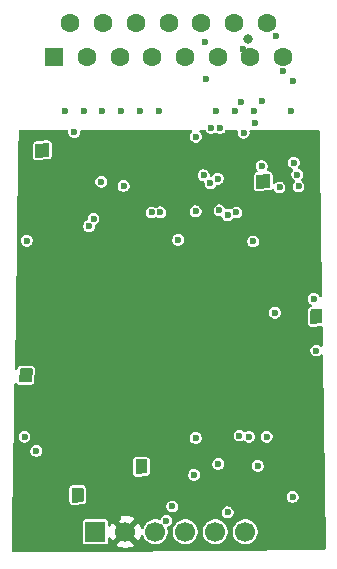
<source format=gbr>
%TF.GenerationSoftware,KiCad,Pcbnew,9.0.3*%
%TF.CreationDate,2025-12-13T00:06:23+05:30*%
%TF.ProjectId,vga,7667612e-6b69-4636-9164-5f7063625858,rev?*%
%TF.SameCoordinates,Original*%
%TF.FileFunction,Copper,L3,Inr*%
%TF.FilePolarity,Positive*%
%FSLAX46Y46*%
G04 Gerber Fmt 4.6, Leading zero omitted, Abs format (unit mm)*
G04 Created by KiCad (PCBNEW 9.0.3) date 2025-12-13 00:06:23*
%MOMM*%
%LPD*%
G01*
G04 APERTURE LIST*
%TA.AperFunction,ComponentPad*%
%ADD10R,1.700000X1.700000*%
%TD*%
%TA.AperFunction,ComponentPad*%
%ADD11C,1.700000*%
%TD*%
%TA.AperFunction,ComponentPad*%
%ADD12R,1.600000X1.600000*%
%TD*%
%TA.AperFunction,ComponentPad*%
%ADD13C,1.600000*%
%TD*%
%TA.AperFunction,ViaPad*%
%ADD14C,0.600000*%
%TD*%
%TA.AperFunction,ViaPad*%
%ADD15C,0.800000*%
%TD*%
G04 APERTURE END LIST*
D10*
%TO.N,GND*%
%TO.C,J_PROG1*%
X92220000Y-92590000D03*
D11*
%TO.N,+3.3V*%
X94760000Y-92590000D03*
%TO.N,/SCK*%
X97300000Y-92590000D03*
%TO.N,/SDI*%
X99840000Y-92590000D03*
%TO.N,/SDO*%
X102380000Y-92590000D03*
%TO.N,/SS*%
X104920000Y-92590000D03*
%TD*%
D12*
%TO.N,/VGA_RED_OUT*%
%TO.C,J1*%
X88725000Y-52355331D03*
D13*
%TO.N,/VGA_GREEN_OUT*%
X91495000Y-52355331D03*
%TO.N,/VGA_BLUE_OUT*%
X94265000Y-52355331D03*
%TO.N,unconnected-(J1-Pad4)*%
X97035000Y-52355331D03*
%TO.N,GND*%
X99805000Y-52355331D03*
X102575000Y-52355331D03*
X105345000Y-52355331D03*
X108115000Y-52355331D03*
%TO.N,unconnected-(J1-Pad9)*%
X90110000Y-49515331D03*
%TO.N,unconnected-(J1-Pad10)*%
X92880000Y-49515331D03*
%TO.N,unconnected-(J1-Pad11)*%
X95650000Y-49515331D03*
%TO.N,unconnected-(J1-Pad12)*%
X98420000Y-49515331D03*
%TO.N,/HSYNC*%
X101190000Y-49515331D03*
%TO.N,/VSYNC*%
X103960000Y-49515331D03*
%TO.N,unconnected-(J1-Pad15)*%
X106730000Y-49515331D03*
%TD*%
D14*
%TO.N,VCCINT*%
X109320000Y-62340000D03*
X107520000Y-50640000D03*
X101520000Y-51140000D03*
X90420000Y-58740000D03*
%TO.N,+3.3V*%
X94120000Y-91440000D03*
%TO.N,VCCINT*%
X107420000Y-74040000D03*
X110720000Y-72871245D03*
%TO.N,Net-(U1A-IOT_78)*%
X96020000Y-56990000D03*
X108950331Y-54409669D03*
X107813413Y-63433413D03*
X103426511Y-65765000D03*
%TO.N,Net-(U1A-IOT_77)*%
X94420000Y-56990000D03*
X106346824Y-56078354D03*
X105764015Y-57947188D03*
X106304620Y-61624620D03*
%TO.N,Net-(U1A-IOT_76)*%
X92820000Y-56990000D03*
X104770764Y-58790764D03*
X104559817Y-56192198D03*
X104145000Y-65549879D03*
%TO.N,Net-(U1A-IOT_75)*%
X91220000Y-56990000D03*
X92062822Y-66066932D03*
%TO.N,Net-(U1A-IOT_74)*%
X89620000Y-56990000D03*
X91683603Y-66714000D03*
%TO.N,Net-(U1A-IOT_85_GBIN0)*%
X108820000Y-56990000D03*
X105570000Y-68003172D03*
X99231828Y-67865000D03*
X96970050Y-65548879D03*
%TO.N,Net-(U1A-IOT_84_GBIN1)*%
X105620000Y-56990000D03*
X97720000Y-65540000D03*
%TO.N,Net-(U1A-IOT_87)*%
X109420000Y-63340000D03*
X94612568Y-63308641D03*
%TO.N,Net-(U1A-IOT_79)*%
X97620000Y-56990000D03*
X102719999Y-65361351D03*
%TO.N,Net-(U1A-IOT_80)*%
X102770003Y-58389000D03*
X102595000Y-62693070D03*
%TO.N,Net-(U1A-IOT_81)*%
X102020000Y-58389000D03*
X101960642Y-63094781D03*
%TO.N,Net-(U1A-IOT_82)*%
X101385642Y-62396239D03*
X102420000Y-56990000D03*
%TO.N,Net-(U1A-IOT_83)*%
X104020000Y-56990000D03*
X100707989Y-65454680D03*
%TO.N,GND*%
X108100330Y-53559669D03*
X104710000Y-51710417D03*
X101620000Y-54240000D03*
D15*
%TO.N,/HSYNC*%
X105120000Y-50840000D03*
D14*
%TO.N,+3.3V*%
X111020000Y-75840000D03*
X86320000Y-80840000D03*
X110820000Y-70340000D03*
X101220000Y-87140000D03*
X108320000Y-86140000D03*
X100720000Y-62840000D03*
X86420000Y-68840000D03*
X106120000Y-59140000D03*
X93220000Y-87140000D03*
X95820000Y-62940000D03*
%TO.N,GND*%
X86220000Y-84540000D03*
X110920000Y-77240000D03*
X87220000Y-85740000D03*
X98720000Y-90440000D03*
X92720000Y-62940000D03*
X109020000Y-61340000D03*
X86420000Y-67940000D03*
X100720000Y-84640000D03*
X108920000Y-89640000D03*
X100720000Y-59140000D03*
%TO.N,VCCINT*%
X87720000Y-60340000D03*
X106420000Y-62940000D03*
X86320000Y-79340000D03*
X110920000Y-74340000D03*
X96020000Y-87240000D03*
%TO.N,/SDI*%
X105982836Y-87002837D03*
X105220000Y-84540000D03*
%TO.N,/SDO*%
X104420000Y-84440000D03*
X103420000Y-90940000D03*
%TO.N,/SCK*%
X106728072Y-84527500D03*
X98220000Y-91640000D03*
%TO.N,Net-(U1C-IOB_42_CBSEL0)*%
X100570000Y-87766101D03*
X102620000Y-86840000D03*
%TO.N,VCCPLL*%
X90720000Y-89540000D03*
%TD*%
%TA.AperFunction,Conductor*%
%TO.N,+3.3V*%
G36*
X89862800Y-58559685D02*
G01*
X89908555Y-58612489D01*
X89916569Y-58665981D01*
X89919500Y-58665981D01*
X89919500Y-58674108D01*
X89919500Y-58805892D01*
X89932763Y-58855391D01*
X89953608Y-58933187D01*
X89961475Y-58946812D01*
X90019500Y-59047314D01*
X90112686Y-59140500D01*
X90200610Y-59191263D01*
X90225944Y-59205890D01*
X90226814Y-59206392D01*
X90354108Y-59240500D01*
X90354110Y-59240500D01*
X90485890Y-59240500D01*
X90485892Y-59240500D01*
X90613186Y-59206392D01*
X90727314Y-59140500D01*
X90820500Y-59047314D01*
X90886392Y-58933186D01*
X90920500Y-58805892D01*
X90920500Y-58674108D01*
X90920500Y-58665981D01*
X90923517Y-58665981D01*
X90932060Y-58611161D01*
X90978435Y-58558901D01*
X91044239Y-58540000D01*
X100312824Y-58540000D01*
X100379863Y-58559685D01*
X100425618Y-58612489D01*
X100435562Y-58681647D01*
X100406537Y-58745203D01*
X100400505Y-58751681D01*
X100319502Y-58832683D01*
X100319500Y-58832686D01*
X100253608Y-58946812D01*
X100219500Y-59074108D01*
X100219500Y-59205891D01*
X100253608Y-59333187D01*
X100286554Y-59390250D01*
X100319500Y-59447314D01*
X100412686Y-59540500D01*
X100526814Y-59606392D01*
X100654108Y-59640500D01*
X100654110Y-59640500D01*
X100785890Y-59640500D01*
X100785892Y-59640500D01*
X100913186Y-59606392D01*
X101027314Y-59540500D01*
X101120500Y-59447314D01*
X101186392Y-59333186D01*
X101220500Y-59205892D01*
X101220500Y-59074108D01*
X101186392Y-58946814D01*
X101120500Y-58832686D01*
X101039495Y-58751681D01*
X101006010Y-58690358D01*
X101010994Y-58620666D01*
X101052866Y-58564733D01*
X101118330Y-58540316D01*
X101127176Y-58540000D01*
X101457660Y-58540000D01*
X101524699Y-58559685D01*
X101565047Y-58601999D01*
X101619500Y-58696314D01*
X101712686Y-58789500D01*
X101826814Y-58855392D01*
X101954108Y-58889500D01*
X101954110Y-58889500D01*
X102085890Y-58889500D01*
X102085892Y-58889500D01*
X102213186Y-58855392D01*
X102327314Y-58789500D01*
X102327316Y-58789497D01*
X102333000Y-58786216D01*
X102400900Y-58769743D01*
X102457002Y-58786216D01*
X102462687Y-58789498D01*
X102462689Y-58789500D01*
X102576817Y-58855392D01*
X102704111Y-58889500D01*
X102704113Y-58889500D01*
X102835893Y-58889500D01*
X102835895Y-58889500D01*
X102963189Y-58855392D01*
X103077317Y-58789500D01*
X103170503Y-58696314D01*
X103224956Y-58601999D01*
X103275524Y-58553784D01*
X103332343Y-58540000D01*
X104158201Y-58540000D01*
X104225240Y-58559685D01*
X104270995Y-58612489D01*
X104280939Y-58681647D01*
X104277979Y-58696077D01*
X104270264Y-58724872D01*
X104270264Y-58856656D01*
X104287318Y-58920303D01*
X104304372Y-58983951D01*
X104337318Y-59041014D01*
X104370264Y-59098078D01*
X104463450Y-59191264D01*
X104577578Y-59257156D01*
X104704872Y-59291264D01*
X104704874Y-59291264D01*
X104836654Y-59291264D01*
X104836656Y-59291264D01*
X104963950Y-59257156D01*
X105078078Y-59191264D01*
X105171264Y-59098078D01*
X105237156Y-58983950D01*
X105271264Y-58856656D01*
X105271264Y-58724872D01*
X105263552Y-58696090D01*
X105265215Y-58626245D01*
X105304377Y-58568382D01*
X105368605Y-58540877D01*
X105383327Y-58540000D01*
X111093502Y-58540000D01*
X111160541Y-58559685D01*
X111206296Y-58612489D01*
X111217489Y-58662247D01*
X111249349Y-60917912D01*
X111414470Y-72608598D01*
X111395734Y-72675909D01*
X111343581Y-72722405D01*
X111274570Y-72733324D01*
X111210611Y-72705199D01*
X111183095Y-72672349D01*
X111120500Y-72563931D01*
X111027314Y-72470745D01*
X110970250Y-72437799D01*
X110913187Y-72404853D01*
X110849539Y-72387799D01*
X110785892Y-72370745D01*
X110654108Y-72370745D01*
X110526812Y-72404853D01*
X110412686Y-72470745D01*
X110412683Y-72470747D01*
X110319502Y-72563928D01*
X110319500Y-72563931D01*
X110253608Y-72678057D01*
X110219500Y-72805353D01*
X110219500Y-72937136D01*
X110253608Y-73064432D01*
X110262090Y-73079123D01*
X110319500Y-73178559D01*
X110412686Y-73271745D01*
X110495357Y-73319475D01*
X110543573Y-73370042D01*
X110556796Y-73438649D01*
X110530828Y-73503514D01*
X110473914Y-73544042D01*
X110459725Y-73548026D01*
X110448823Y-73550398D01*
X110438627Y-73552890D01*
X110438624Y-73552891D01*
X110357916Y-73595899D01*
X110357913Y-73595901D01*
X110305104Y-73641660D01*
X110287160Y-73659242D01*
X110287154Y-73659249D01*
X110242511Y-73739059D01*
X110242509Y-73739064D01*
X110222826Y-73806096D01*
X110222825Y-73806101D01*
X110222825Y-73806102D01*
X110214500Y-73864000D01*
X110214500Y-74902981D01*
X110221622Y-74956612D01*
X110238513Y-75019091D01*
X110244919Y-75038788D01*
X110295472Y-75114410D01*
X110295748Y-75114823D01*
X110338948Y-75155646D01*
X110346528Y-75162809D01*
X110365818Y-75178923D01*
X110449681Y-75215407D01*
X110518346Y-75228324D01*
X110576786Y-75230846D01*
X111315858Y-75156938D01*
X111384521Y-75169855D01*
X111435303Y-75217844D01*
X111452182Y-75278572D01*
X111473453Y-76784538D01*
X111454717Y-76851849D01*
X111402564Y-76898345D01*
X111333553Y-76909264D01*
X111269594Y-76881139D01*
X111261784Y-76873970D01*
X111227316Y-76839502D01*
X111227314Y-76839500D01*
X111170250Y-76806554D01*
X111113187Y-76773608D01*
X111049539Y-76756554D01*
X110985892Y-76739500D01*
X110854108Y-76739500D01*
X110726812Y-76773608D01*
X110612686Y-76839500D01*
X110612683Y-76839502D01*
X110519502Y-76932683D01*
X110519500Y-76932686D01*
X110453608Y-77046812D01*
X110419500Y-77174108D01*
X110419500Y-77305891D01*
X110453608Y-77433187D01*
X110486554Y-77490250D01*
X110519500Y-77547314D01*
X110612686Y-77640500D01*
X110726814Y-77706392D01*
X110854108Y-77740500D01*
X110854110Y-77740500D01*
X110985890Y-77740500D01*
X110985892Y-77740500D01*
X111113186Y-77706392D01*
X111227314Y-77640500D01*
X111274423Y-77593390D01*
X111335744Y-77559906D01*
X111405435Y-77564890D01*
X111461369Y-77606761D01*
X111485787Y-77672225D01*
X111486091Y-77679321D01*
X111716824Y-94015219D01*
X111698088Y-94082530D01*
X111645935Y-94129026D01*
X111593786Y-94140966D01*
X92210751Y-94289496D01*
X92209801Y-94289500D01*
X85246966Y-94289500D01*
X85179927Y-94269815D01*
X85134172Y-94217011D01*
X85122984Y-94163405D01*
X85164277Y-91720247D01*
X91169500Y-91720247D01*
X91169500Y-93459752D01*
X91181131Y-93518229D01*
X91181132Y-93518230D01*
X91225447Y-93584552D01*
X91291769Y-93628867D01*
X91291770Y-93628868D01*
X91350247Y-93640499D01*
X91350250Y-93640500D01*
X91350252Y-93640500D01*
X93089750Y-93640500D01*
X93089751Y-93640499D01*
X93104568Y-93637552D01*
X93148229Y-93628868D01*
X93148229Y-93628867D01*
X93148231Y-93628867D01*
X93214552Y-93584552D01*
X93258867Y-93518231D01*
X93258867Y-93518229D01*
X93258868Y-93518229D01*
X93270499Y-93459752D01*
X93270500Y-93459750D01*
X93270500Y-93156048D01*
X93290185Y-93089009D01*
X93342989Y-93043254D01*
X93412147Y-93033310D01*
X93475703Y-93062335D01*
X93505938Y-93104264D01*
X93506694Y-93103879D01*
X93605375Y-93297550D01*
X93644728Y-93351716D01*
X94277037Y-92719408D01*
X94294075Y-92782993D01*
X94359901Y-92897007D01*
X94452993Y-92990099D01*
X94567007Y-93055925D01*
X94630590Y-93072962D01*
X93998282Y-93705269D01*
X93998282Y-93705270D01*
X94052449Y-93744624D01*
X94241782Y-93841095D01*
X94443870Y-93906757D01*
X94653754Y-93940000D01*
X94866246Y-93940000D01*
X95076127Y-93906757D01*
X95076130Y-93906757D01*
X95278217Y-93841095D01*
X95467554Y-93744622D01*
X95521716Y-93705270D01*
X95521717Y-93705270D01*
X94889408Y-93072962D01*
X94952993Y-93055925D01*
X95067007Y-92990099D01*
X95160099Y-92897007D01*
X95225925Y-92782993D01*
X95242962Y-92719409D01*
X95875270Y-93351717D01*
X95875270Y-93351716D01*
X95914622Y-93297554D01*
X96011095Y-93108217D01*
X96068343Y-92932026D01*
X96107780Y-92874351D01*
X96172139Y-92847152D01*
X96240985Y-92859066D01*
X96292461Y-92906310D01*
X96300835Y-92922891D01*
X96369058Y-93087596D01*
X96484024Y-93259657D01*
X96630342Y-93405975D01*
X96630345Y-93405977D01*
X96802402Y-93520941D01*
X96993580Y-93600130D01*
X97138052Y-93628867D01*
X97196530Y-93640499D01*
X97196534Y-93640500D01*
X97196535Y-93640500D01*
X97403466Y-93640500D01*
X97403467Y-93640499D01*
X97606420Y-93600130D01*
X97797598Y-93520941D01*
X97969655Y-93405977D01*
X98115977Y-93259655D01*
X98230941Y-93087598D01*
X98310130Y-92896420D01*
X98350500Y-92693465D01*
X98350500Y-92486535D01*
X98350499Y-92486530D01*
X98789500Y-92486530D01*
X98789500Y-92693469D01*
X98829868Y-92896412D01*
X98829870Y-92896420D01*
X98909058Y-93087596D01*
X99024024Y-93259657D01*
X99170342Y-93405975D01*
X99170345Y-93405977D01*
X99342402Y-93520941D01*
X99533580Y-93600130D01*
X99678052Y-93628867D01*
X99736530Y-93640499D01*
X99736534Y-93640500D01*
X99736535Y-93640500D01*
X99943466Y-93640500D01*
X99943467Y-93640499D01*
X100146420Y-93600130D01*
X100337598Y-93520941D01*
X100509655Y-93405977D01*
X100655977Y-93259655D01*
X100770941Y-93087598D01*
X100850130Y-92896420D01*
X100890500Y-92693465D01*
X100890500Y-92486535D01*
X100890499Y-92486530D01*
X101329500Y-92486530D01*
X101329500Y-92693469D01*
X101369868Y-92896412D01*
X101369870Y-92896420D01*
X101449058Y-93087596D01*
X101564024Y-93259657D01*
X101710342Y-93405975D01*
X101710345Y-93405977D01*
X101882402Y-93520941D01*
X102073580Y-93600130D01*
X102218052Y-93628867D01*
X102276530Y-93640499D01*
X102276534Y-93640500D01*
X102276535Y-93640500D01*
X102483466Y-93640500D01*
X102483467Y-93640499D01*
X102686420Y-93600130D01*
X102877598Y-93520941D01*
X103049655Y-93405977D01*
X103195977Y-93259655D01*
X103310941Y-93087598D01*
X103390130Y-92896420D01*
X103430500Y-92693465D01*
X103430500Y-92486535D01*
X103430499Y-92486530D01*
X103869500Y-92486530D01*
X103869500Y-92693469D01*
X103909868Y-92896412D01*
X103909870Y-92896420D01*
X103989058Y-93087596D01*
X104104024Y-93259657D01*
X104250342Y-93405975D01*
X104250345Y-93405977D01*
X104422402Y-93520941D01*
X104613580Y-93600130D01*
X104758052Y-93628867D01*
X104816530Y-93640499D01*
X104816534Y-93640500D01*
X104816535Y-93640500D01*
X105023466Y-93640500D01*
X105023467Y-93640499D01*
X105226420Y-93600130D01*
X105417598Y-93520941D01*
X105589655Y-93405977D01*
X105735977Y-93259655D01*
X105850941Y-93087598D01*
X105930130Y-92896420D01*
X105970500Y-92693465D01*
X105970500Y-92486535D01*
X105930130Y-92283580D01*
X105850941Y-92092402D01*
X105735977Y-91920345D01*
X105735975Y-91920342D01*
X105589657Y-91774024D01*
X105487689Y-91705892D01*
X105417598Y-91659059D01*
X105226420Y-91579870D01*
X105226412Y-91579868D01*
X105023469Y-91539500D01*
X105023465Y-91539500D01*
X104816535Y-91539500D01*
X104816530Y-91539500D01*
X104613587Y-91579868D01*
X104613579Y-91579870D01*
X104422403Y-91659058D01*
X104250342Y-91774024D01*
X104104024Y-91920342D01*
X103989058Y-92092403D01*
X103909870Y-92283579D01*
X103909868Y-92283587D01*
X103869500Y-92486530D01*
X103430499Y-92486530D01*
X103390130Y-92283580D01*
X103310941Y-92092402D01*
X103195977Y-91920345D01*
X103195975Y-91920342D01*
X103049657Y-91774024D01*
X102947689Y-91705892D01*
X102877598Y-91659059D01*
X102686420Y-91579870D01*
X102686412Y-91579868D01*
X102483469Y-91539500D01*
X102483465Y-91539500D01*
X102276535Y-91539500D01*
X102276530Y-91539500D01*
X102073587Y-91579868D01*
X102073579Y-91579870D01*
X101882403Y-91659058D01*
X101710342Y-91774024D01*
X101564024Y-91920342D01*
X101449058Y-92092403D01*
X101369870Y-92283579D01*
X101369868Y-92283587D01*
X101329500Y-92486530D01*
X100890499Y-92486530D01*
X100850130Y-92283580D01*
X100770941Y-92092402D01*
X100655977Y-91920345D01*
X100655975Y-91920342D01*
X100509657Y-91774024D01*
X100407689Y-91705892D01*
X100337598Y-91659059D01*
X100146420Y-91579870D01*
X100146412Y-91579868D01*
X99943469Y-91539500D01*
X99943465Y-91539500D01*
X99736535Y-91539500D01*
X99736530Y-91539500D01*
X99533587Y-91579868D01*
X99533579Y-91579870D01*
X99342403Y-91659058D01*
X99170342Y-91774024D01*
X99024024Y-91920342D01*
X98909058Y-92092403D01*
X98829870Y-92283579D01*
X98829868Y-92283587D01*
X98789500Y-92486530D01*
X98350499Y-92486530D01*
X98310130Y-92283580D01*
X98308475Y-92279586D01*
X98301001Y-92210121D01*
X98332271Y-92147639D01*
X98390939Y-92112352D01*
X98413186Y-92106392D01*
X98527314Y-92040500D01*
X98620500Y-91947314D01*
X98686392Y-91833186D01*
X98720500Y-91705892D01*
X98720500Y-91574108D01*
X98686392Y-91446814D01*
X98620500Y-91332686D01*
X98527314Y-91239500D01*
X98470250Y-91206554D01*
X98413187Y-91173608D01*
X98349539Y-91156554D01*
X98285892Y-91139500D01*
X98154108Y-91139500D01*
X98026812Y-91173608D01*
X97912686Y-91239500D01*
X97912683Y-91239502D01*
X97819502Y-91332683D01*
X97819500Y-91332686D01*
X97753609Y-91446812D01*
X97742371Y-91488752D01*
X97706005Y-91548413D01*
X97643158Y-91578941D01*
X97598405Y-91578275D01*
X97403469Y-91539500D01*
X97403465Y-91539500D01*
X97196535Y-91539500D01*
X97196530Y-91539500D01*
X96993587Y-91579868D01*
X96993579Y-91579870D01*
X96802403Y-91659058D01*
X96630342Y-91774024D01*
X96484024Y-91920342D01*
X96369057Y-92092403D01*
X96300835Y-92257108D01*
X96256994Y-92311511D01*
X96190700Y-92333576D01*
X96123000Y-92316297D01*
X96075390Y-92265159D01*
X96068343Y-92247973D01*
X96011095Y-92071782D01*
X95914624Y-91882449D01*
X95875270Y-91828282D01*
X95875269Y-91828282D01*
X95242962Y-92460590D01*
X95225925Y-92397007D01*
X95160099Y-92282993D01*
X95067007Y-92189901D01*
X94952993Y-92124075D01*
X94889409Y-92107037D01*
X95521716Y-91474728D01*
X95467550Y-91435375D01*
X95278217Y-91338904D01*
X95076129Y-91273242D01*
X94866246Y-91240000D01*
X94653754Y-91240000D01*
X94443872Y-91273242D01*
X94443869Y-91273242D01*
X94241782Y-91338904D01*
X94052439Y-91435380D01*
X93998282Y-91474727D01*
X93998282Y-91474728D01*
X94630591Y-92107037D01*
X94567007Y-92124075D01*
X94452993Y-92189901D01*
X94359901Y-92282993D01*
X94294075Y-92397007D01*
X94277037Y-92460591D01*
X93644728Y-91828282D01*
X93644727Y-91828282D01*
X93605380Y-91882439D01*
X93506694Y-92076121D01*
X93505678Y-92075603D01*
X93465212Y-92125813D01*
X93398916Y-92147872D01*
X93331218Y-92130588D01*
X93283612Y-92079447D01*
X93270500Y-92023951D01*
X93270500Y-91720249D01*
X93270499Y-91720247D01*
X93258868Y-91661770D01*
X93258867Y-91661769D01*
X93214552Y-91595447D01*
X93148230Y-91551132D01*
X93148229Y-91551131D01*
X93089752Y-91539500D01*
X93089748Y-91539500D01*
X91350252Y-91539500D01*
X91350247Y-91539500D01*
X91291770Y-91551131D01*
X91291769Y-91551132D01*
X91225447Y-91595447D01*
X91181132Y-91661769D01*
X91181131Y-91661770D01*
X91169500Y-91720247D01*
X85164277Y-91720247D01*
X85187028Y-90374108D01*
X98219500Y-90374108D01*
X98219500Y-90505891D01*
X98253608Y-90633187D01*
X98286554Y-90690250D01*
X98319500Y-90747314D01*
X98412686Y-90840500D01*
X98526814Y-90906392D01*
X98654108Y-90940500D01*
X98654110Y-90940500D01*
X98785890Y-90940500D01*
X98785892Y-90940500D01*
X98913186Y-90906392D01*
X98969103Y-90874108D01*
X102919500Y-90874108D01*
X102919500Y-91005891D01*
X102953608Y-91133187D01*
X102957253Y-91139500D01*
X103019500Y-91247314D01*
X103112686Y-91340500D01*
X103226814Y-91406392D01*
X103354108Y-91440500D01*
X103354110Y-91440500D01*
X103485890Y-91440500D01*
X103485892Y-91440500D01*
X103613186Y-91406392D01*
X103727314Y-91340500D01*
X103820500Y-91247314D01*
X103886392Y-91133186D01*
X103920500Y-91005892D01*
X103920500Y-90874108D01*
X103886392Y-90746814D01*
X103820500Y-90632686D01*
X103727314Y-90539500D01*
X103669100Y-90505890D01*
X103613187Y-90473608D01*
X103549539Y-90456554D01*
X103485892Y-90439500D01*
X103354108Y-90439500D01*
X103226812Y-90473608D01*
X103112686Y-90539500D01*
X103112683Y-90539502D01*
X103019502Y-90632683D01*
X103019500Y-90632686D01*
X102953608Y-90746812D01*
X102919500Y-90874108D01*
X98969103Y-90874108D01*
X99027314Y-90840500D01*
X99120500Y-90747314D01*
X99186392Y-90633186D01*
X99220500Y-90505892D01*
X99220500Y-90374108D01*
X99186392Y-90246814D01*
X99120500Y-90132686D01*
X99027314Y-90039500D01*
X98970250Y-90006554D01*
X98913187Y-89973608D01*
X98849539Y-89956554D01*
X98785892Y-89939500D01*
X98654108Y-89939500D01*
X98526812Y-89973608D01*
X98412686Y-90039500D01*
X98412683Y-90039502D01*
X98319502Y-90132683D01*
X98319500Y-90132686D01*
X98253608Y-90246812D01*
X98219500Y-90374108D01*
X85187028Y-90374108D01*
X85210861Y-88964003D01*
X90014500Y-88964003D01*
X90014500Y-90002980D01*
X90021621Y-90056607D01*
X90021622Y-90056612D01*
X90035079Y-90106391D01*
X90038513Y-90119091D01*
X90044919Y-90138788D01*
X90083087Y-90195883D01*
X90095748Y-90214823D01*
X90138947Y-90255645D01*
X90146528Y-90262809D01*
X90165818Y-90278923D01*
X90249681Y-90315407D01*
X90318346Y-90328324D01*
X90376786Y-90330846D01*
X91128786Y-90255646D01*
X91161972Y-90249543D01*
X91201145Y-90238952D01*
X91201373Y-90238891D01*
X91282085Y-90195881D01*
X91334889Y-90150126D01*
X91352843Y-90132535D01*
X91397490Y-90052718D01*
X91417175Y-89985679D01*
X91425500Y-89927781D01*
X91425500Y-89574108D01*
X108419500Y-89574108D01*
X108419500Y-89705891D01*
X108453608Y-89833187D01*
X108486554Y-89890250D01*
X108519500Y-89947314D01*
X108612686Y-90040500D01*
X108726814Y-90106392D01*
X108854108Y-90140500D01*
X108854110Y-90140500D01*
X108985890Y-90140500D01*
X108985892Y-90140500D01*
X109113186Y-90106392D01*
X109227314Y-90040500D01*
X109320500Y-89947314D01*
X109386392Y-89833186D01*
X109420500Y-89705892D01*
X109420500Y-89574108D01*
X109386392Y-89446814D01*
X109320500Y-89332686D01*
X109227314Y-89239500D01*
X109170250Y-89206554D01*
X109113187Y-89173608D01*
X109049539Y-89156554D01*
X108985892Y-89139500D01*
X108854108Y-89139500D01*
X108726812Y-89173608D01*
X108612686Y-89239500D01*
X108612683Y-89239502D01*
X108519502Y-89332683D01*
X108519500Y-89332686D01*
X108453608Y-89446812D01*
X108419500Y-89574108D01*
X91425500Y-89574108D01*
X91425500Y-88964000D01*
X91420803Y-88920316D01*
X91416897Y-88902364D01*
X91409602Y-88868825D01*
X91409348Y-88867789D01*
X91407110Y-88858627D01*
X91364100Y-88777915D01*
X91318345Y-88725111D01*
X91318339Y-88725104D01*
X91300757Y-88707160D01*
X91300756Y-88707159D01*
X91300754Y-88707157D01*
X91300752Y-88707156D01*
X91300750Y-88707154D01*
X91220940Y-88662511D01*
X91220935Y-88662509D01*
X91153903Y-88642826D01*
X91153899Y-88642825D01*
X91153898Y-88642825D01*
X91096000Y-88634500D01*
X90344000Y-88634500D01*
X90343992Y-88634500D01*
X90300313Y-88639197D01*
X90248825Y-88650397D01*
X90238627Y-88652890D01*
X90238624Y-88652891D01*
X90157916Y-88695899D01*
X90157913Y-88695901D01*
X90105104Y-88741660D01*
X90087160Y-88759242D01*
X90087154Y-88759249D01*
X90042511Y-88839059D01*
X90042509Y-88839064D01*
X90022826Y-88906096D01*
X90022825Y-88906101D01*
X90022825Y-88906102D01*
X90014502Y-88963992D01*
X90014500Y-88964003D01*
X85210861Y-88964003D01*
X85251425Y-86564000D01*
X95414500Y-86564000D01*
X95414500Y-87602981D01*
X95421622Y-87656612D01*
X95438513Y-87719091D01*
X95444919Y-87738788D01*
X95483087Y-87795883D01*
X95495748Y-87814823D01*
X95538947Y-87855645D01*
X95546528Y-87862809D01*
X95565818Y-87878923D01*
X95649681Y-87915407D01*
X95718346Y-87928324D01*
X95776786Y-87930846D01*
X96528786Y-87855646D01*
X96561972Y-87849543D01*
X96601145Y-87838952D01*
X96601373Y-87838891D01*
X96682085Y-87795881D01*
X96734889Y-87750126D01*
X96752843Y-87732535D01*
X96770925Y-87700209D01*
X100069500Y-87700209D01*
X100069500Y-87831993D01*
X100082075Y-87878923D01*
X100103608Y-87959288D01*
X100136554Y-88016351D01*
X100169500Y-88073415D01*
X100262686Y-88166601D01*
X100376814Y-88232493D01*
X100504108Y-88266601D01*
X100504110Y-88266601D01*
X100635890Y-88266601D01*
X100635892Y-88266601D01*
X100763186Y-88232493D01*
X100877314Y-88166601D01*
X100970500Y-88073415D01*
X101036392Y-87959287D01*
X101070500Y-87831993D01*
X101070500Y-87700209D01*
X101036392Y-87572915D01*
X100970500Y-87458787D01*
X100877314Y-87365601D01*
X100820250Y-87332655D01*
X100763187Y-87299709D01*
X100699539Y-87282655D01*
X100635892Y-87265601D01*
X100504108Y-87265601D01*
X100376812Y-87299709D01*
X100262686Y-87365601D01*
X100262683Y-87365603D01*
X100169502Y-87458784D01*
X100169500Y-87458787D01*
X100103608Y-87572913D01*
X100069500Y-87700209D01*
X96770925Y-87700209D01*
X96797490Y-87652718D01*
X96817175Y-87585679D01*
X96825500Y-87527781D01*
X96825500Y-86774108D01*
X102119500Y-86774108D01*
X102119500Y-86905891D01*
X102153608Y-87033187D01*
X102174128Y-87068728D01*
X102219500Y-87147314D01*
X102312686Y-87240500D01*
X102426814Y-87306392D01*
X102554108Y-87340500D01*
X102554110Y-87340500D01*
X102685890Y-87340500D01*
X102685892Y-87340500D01*
X102813186Y-87306392D01*
X102927314Y-87240500D01*
X103020500Y-87147314D01*
X103086392Y-87033186D01*
X103112179Y-86936945D01*
X105482336Y-86936945D01*
X105482336Y-87068728D01*
X105516444Y-87196024D01*
X105542121Y-87240497D01*
X105582336Y-87310151D01*
X105675522Y-87403337D01*
X105789650Y-87469229D01*
X105916944Y-87503337D01*
X105916946Y-87503337D01*
X106048726Y-87503337D01*
X106048728Y-87503337D01*
X106176022Y-87469229D01*
X106290150Y-87403337D01*
X106383336Y-87310151D01*
X106449228Y-87196023D01*
X106483336Y-87068729D01*
X106483336Y-86936945D01*
X106449228Y-86809651D01*
X106383336Y-86695523D01*
X106290150Y-86602337D01*
X106233086Y-86569391D01*
X106176023Y-86536445D01*
X106062779Y-86506102D01*
X106048728Y-86502337D01*
X105916944Y-86502337D01*
X105789648Y-86536445D01*
X105675522Y-86602337D01*
X105675519Y-86602339D01*
X105582338Y-86695520D01*
X105582336Y-86695523D01*
X105516444Y-86809649D01*
X105482336Y-86936945D01*
X103112179Y-86936945D01*
X103120500Y-86905892D01*
X103120500Y-86774108D01*
X103086392Y-86646814D01*
X103020500Y-86532686D01*
X102927314Y-86439500D01*
X102870250Y-86406554D01*
X102813187Y-86373608D01*
X102749539Y-86356554D01*
X102685892Y-86339500D01*
X102554108Y-86339500D01*
X102426812Y-86373608D01*
X102312686Y-86439500D01*
X102312683Y-86439502D01*
X102219502Y-86532683D01*
X102219500Y-86532686D01*
X102153608Y-86646812D01*
X102119500Y-86774108D01*
X96825500Y-86774108D01*
X96825500Y-86564000D01*
X96820803Y-86520316D01*
X96816892Y-86502337D01*
X96809602Y-86468825D01*
X96809348Y-86467789D01*
X96807110Y-86458627D01*
X96764100Y-86377915D01*
X96718345Y-86325111D01*
X96718339Y-86325104D01*
X96700757Y-86307160D01*
X96700756Y-86307159D01*
X96700754Y-86307157D01*
X96700752Y-86307156D01*
X96700750Y-86307154D01*
X96620940Y-86262511D01*
X96620935Y-86262509D01*
X96553903Y-86242826D01*
X96553899Y-86242825D01*
X96553898Y-86242825D01*
X96496000Y-86234500D01*
X95744000Y-86234500D01*
X95743992Y-86234500D01*
X95700313Y-86239197D01*
X95648825Y-86250397D01*
X95638627Y-86252890D01*
X95638624Y-86252891D01*
X95557916Y-86295899D01*
X95557913Y-86295901D01*
X95505104Y-86341660D01*
X95487160Y-86359242D01*
X95487154Y-86359249D01*
X95442511Y-86439059D01*
X95442509Y-86439064D01*
X95422826Y-86506096D01*
X95422825Y-86506101D01*
X95422825Y-86506102D01*
X95414500Y-86564000D01*
X85251425Y-86564000D01*
X85266465Y-85674108D01*
X86719500Y-85674108D01*
X86719500Y-85805891D01*
X86753608Y-85933187D01*
X86786554Y-85990250D01*
X86819500Y-86047314D01*
X86912686Y-86140500D01*
X87026814Y-86206392D01*
X87154108Y-86240500D01*
X87154110Y-86240500D01*
X87285890Y-86240500D01*
X87285892Y-86240500D01*
X87413186Y-86206392D01*
X87527314Y-86140500D01*
X87620500Y-86047314D01*
X87686392Y-85933186D01*
X87720500Y-85805892D01*
X87720500Y-85674108D01*
X87686392Y-85546814D01*
X87620500Y-85432686D01*
X87527314Y-85339500D01*
X87470250Y-85306554D01*
X87413187Y-85273608D01*
X87349539Y-85256554D01*
X87285892Y-85239500D01*
X87154108Y-85239500D01*
X87026812Y-85273608D01*
X86912686Y-85339500D01*
X86912683Y-85339502D01*
X86819502Y-85432683D01*
X86819500Y-85432686D01*
X86753608Y-85546812D01*
X86719500Y-85674108D01*
X85266465Y-85674108D01*
X85286747Y-84474108D01*
X85719500Y-84474108D01*
X85719500Y-84605891D01*
X85753608Y-84733187D01*
X85761766Y-84747316D01*
X85819500Y-84847314D01*
X85912686Y-84940500D01*
X86026814Y-85006392D01*
X86154108Y-85040500D01*
X86154110Y-85040500D01*
X86285890Y-85040500D01*
X86285892Y-85040500D01*
X86413186Y-85006392D01*
X86527314Y-84940500D01*
X86620500Y-84847314D01*
X86686392Y-84733186D01*
X86720500Y-84605892D01*
X86720500Y-84574108D01*
X100219500Y-84574108D01*
X100219500Y-84705892D01*
X100236554Y-84769539D01*
X100253608Y-84833187D01*
X100270938Y-84863203D01*
X100319500Y-84947314D01*
X100412686Y-85040500D01*
X100526814Y-85106392D01*
X100654108Y-85140500D01*
X100654110Y-85140500D01*
X100785890Y-85140500D01*
X100785892Y-85140500D01*
X100913186Y-85106392D01*
X101027314Y-85040500D01*
X101120500Y-84947314D01*
X101186392Y-84833186D01*
X101220500Y-84705892D01*
X101220500Y-84574108D01*
X101186392Y-84446814D01*
X101186389Y-84446808D01*
X101175520Y-84427982D01*
X101175519Y-84427981D01*
X101144415Y-84374108D01*
X103919500Y-84374108D01*
X103919500Y-84505891D01*
X103953608Y-84633187D01*
X103986554Y-84690250D01*
X104019500Y-84747314D01*
X104112686Y-84840500D01*
X104226814Y-84906392D01*
X104354108Y-84940500D01*
X104354110Y-84940500D01*
X104485890Y-84940500D01*
X104485892Y-84940500D01*
X104613186Y-84906392D01*
X104699038Y-84856824D01*
X104766934Y-84840352D01*
X104832961Y-84863203D01*
X104848717Y-84876531D01*
X104912686Y-84940500D01*
X105026814Y-85006392D01*
X105154108Y-85040500D01*
X105154110Y-85040500D01*
X105285890Y-85040500D01*
X105285892Y-85040500D01*
X105413186Y-85006392D01*
X105527314Y-84940500D01*
X105620500Y-84847314D01*
X105686392Y-84733186D01*
X105720500Y-84605892D01*
X105720500Y-84474108D01*
X105717151Y-84461608D01*
X106227572Y-84461608D01*
X106227572Y-84593392D01*
X106238235Y-84633186D01*
X106261680Y-84720687D01*
X106277055Y-84747316D01*
X106327572Y-84834814D01*
X106420758Y-84928000D01*
X106534886Y-84993892D01*
X106662180Y-85028000D01*
X106662182Y-85028000D01*
X106793962Y-85028000D01*
X106793964Y-85028000D01*
X106921258Y-84993892D01*
X107035386Y-84928000D01*
X107128572Y-84834814D01*
X107194464Y-84720686D01*
X107228572Y-84593392D01*
X107228572Y-84461608D01*
X107194464Y-84334314D01*
X107128572Y-84220186D01*
X107035386Y-84127000D01*
X106942909Y-84073608D01*
X106921259Y-84061108D01*
X106857611Y-84044054D01*
X106793964Y-84027000D01*
X106662180Y-84027000D01*
X106534884Y-84061108D01*
X106420758Y-84127000D01*
X106420755Y-84127002D01*
X106327574Y-84220183D01*
X106327572Y-84220186D01*
X106261680Y-84334312D01*
X106231536Y-84446814D01*
X106227572Y-84461608D01*
X105717151Y-84461608D01*
X105686392Y-84346814D01*
X105620500Y-84232686D01*
X105527314Y-84139500D01*
X105464903Y-84103467D01*
X105413187Y-84073608D01*
X105349539Y-84056554D01*
X105285892Y-84039500D01*
X105154108Y-84039500D01*
X105026811Y-84073608D01*
X104940961Y-84123174D01*
X104873061Y-84139645D01*
X104807034Y-84116793D01*
X104791281Y-84103467D01*
X104727316Y-84039502D01*
X104727314Y-84039500D01*
X104670250Y-84006554D01*
X104613187Y-83973608D01*
X104549539Y-83956554D01*
X104485892Y-83939500D01*
X104354108Y-83939500D01*
X104226812Y-83973608D01*
X104112686Y-84039500D01*
X104112683Y-84039502D01*
X104019502Y-84132683D01*
X104019500Y-84132686D01*
X103953608Y-84246812D01*
X103919500Y-84374108D01*
X101144415Y-84374108D01*
X101120500Y-84332686D01*
X101027314Y-84239500D01*
X100951016Y-84195449D01*
X100913187Y-84173608D01*
X100849539Y-84156554D01*
X100785892Y-84139500D01*
X100654108Y-84139500D01*
X100526812Y-84173608D01*
X100412686Y-84239500D01*
X100412683Y-84239502D01*
X100319502Y-84332683D01*
X100319500Y-84332686D01*
X100253608Y-84446812D01*
X100237778Y-84505892D01*
X100219500Y-84574108D01*
X86720500Y-84574108D01*
X86720500Y-84474108D01*
X86686392Y-84346814D01*
X86620500Y-84232686D01*
X86527314Y-84139500D01*
X86464903Y-84103467D01*
X86413187Y-84073608D01*
X86349539Y-84056554D01*
X86285892Y-84039500D01*
X86154108Y-84039500D01*
X86026812Y-84073608D01*
X85912686Y-84139500D01*
X85912683Y-84139502D01*
X85819502Y-84232683D01*
X85819500Y-84232686D01*
X85753608Y-84346812D01*
X85719500Y-84474108D01*
X85286747Y-84474108D01*
X85361162Y-80071199D01*
X85381976Y-80004504D01*
X85435546Y-79959648D01*
X85504863Y-79950875D01*
X85567919Y-79980970D01*
X85581957Y-79996948D01*
X85582104Y-79996822D01*
X85632424Y-80054895D01*
X85648399Y-80071199D01*
X85650010Y-80072843D01*
X85650011Y-80072844D01*
X85650013Y-80072845D01*
X85729823Y-80117488D01*
X85729827Y-80117490D01*
X85796866Y-80137175D01*
X85854764Y-80145500D01*
X85854768Y-80145500D01*
X86705897Y-80145500D01*
X86705903Y-80145500D01*
X86741200Y-80142446D01*
X86741204Y-80142445D01*
X86741207Y-80142445D01*
X86760383Y-80139101D01*
X86783167Y-80135129D01*
X86785078Y-80134787D01*
X86869082Y-80098628D01*
X86925503Y-80057416D01*
X86944856Y-80041376D01*
X86995978Y-79965542D01*
X87021162Y-79900369D01*
X87034265Y-79843364D01*
X87113598Y-78891364D01*
X87111253Y-78838996D01*
X87100475Y-78777187D01*
X87096346Y-78758627D01*
X87053336Y-78677915D01*
X87007581Y-78625111D01*
X87007575Y-78625104D01*
X86989993Y-78607160D01*
X86989992Y-78607159D01*
X86989990Y-78607157D01*
X86989988Y-78607156D01*
X86989986Y-78607154D01*
X86910176Y-78562511D01*
X86910171Y-78562509D01*
X86843139Y-78542826D01*
X86843135Y-78542825D01*
X86843134Y-78542825D01*
X86785236Y-78534500D01*
X85934097Y-78534500D01*
X85918969Y-78535808D01*
X85898792Y-78537554D01*
X85856931Y-78544853D01*
X85854925Y-78545212D01*
X85854923Y-78545212D01*
X85854922Y-78545213D01*
X85770918Y-78581372D01*
X85770916Y-78581373D01*
X85770912Y-78581375D01*
X85714516Y-78622569D01*
X85714491Y-78622588D01*
X85695144Y-78638623D01*
X85644020Y-78714460D01*
X85644018Y-78714465D01*
X85623638Y-78767205D01*
X85581112Y-78822643D01*
X85515365Y-78846289D01*
X85447272Y-78830635D01*
X85398451Y-78780652D01*
X85383993Y-78720417D01*
X85464212Y-73974108D01*
X106919500Y-73974108D01*
X106919500Y-74105891D01*
X106953608Y-74233187D01*
X106986554Y-74290250D01*
X107019500Y-74347314D01*
X107112686Y-74440500D01*
X107226814Y-74506392D01*
X107354108Y-74540500D01*
X107354110Y-74540500D01*
X107485890Y-74540500D01*
X107485892Y-74540500D01*
X107613186Y-74506392D01*
X107727314Y-74440500D01*
X107820500Y-74347314D01*
X107886392Y-74233186D01*
X107920500Y-74105892D01*
X107920500Y-73974108D01*
X107886392Y-73846814D01*
X107820500Y-73732686D01*
X107727314Y-73639500D01*
X107651795Y-73595899D01*
X107613187Y-73573608D01*
X107535868Y-73552891D01*
X107485892Y-73539500D01*
X107354108Y-73539500D01*
X107226812Y-73573608D01*
X107112686Y-73639500D01*
X107112683Y-73639502D01*
X107019502Y-73732683D01*
X107019500Y-73732686D01*
X106953608Y-73846812D01*
X106919500Y-73974108D01*
X85464212Y-73974108D01*
X85567311Y-67874108D01*
X85919500Y-67874108D01*
X85919500Y-68005891D01*
X85953608Y-68133187D01*
X85976200Y-68172316D01*
X86019500Y-68247314D01*
X86112686Y-68340500D01*
X86211521Y-68397563D01*
X86222097Y-68403669D01*
X86226814Y-68406392D01*
X86354108Y-68440500D01*
X86354110Y-68440500D01*
X86485890Y-68440500D01*
X86485892Y-68440500D01*
X86613186Y-68406392D01*
X86727314Y-68340500D01*
X86820500Y-68247314D01*
X86886392Y-68133186D01*
X86920500Y-68005892D01*
X86920500Y-67874108D01*
X86900404Y-67799108D01*
X98731328Y-67799108D01*
X98731328Y-67930891D01*
X98765436Y-68058187D01*
X98771716Y-68069064D01*
X98831328Y-68172314D01*
X98924514Y-68265500D01*
X99038642Y-68331392D01*
X99165936Y-68365500D01*
X99165938Y-68365500D01*
X99297718Y-68365500D01*
X99297720Y-68365500D01*
X99425014Y-68331392D01*
X99539142Y-68265500D01*
X99632328Y-68172314D01*
X99698220Y-68058186D01*
X99730616Y-67937280D01*
X105069500Y-67937280D01*
X105069500Y-68069063D01*
X105103608Y-68196359D01*
X105133029Y-68247316D01*
X105169500Y-68310486D01*
X105262686Y-68403672D01*
X105376814Y-68469564D01*
X105504108Y-68503672D01*
X105504110Y-68503672D01*
X105635890Y-68503672D01*
X105635892Y-68503672D01*
X105763186Y-68469564D01*
X105877314Y-68403672D01*
X105970500Y-68310486D01*
X106036392Y-68196358D01*
X106070500Y-68069064D01*
X106070500Y-67937280D01*
X106036392Y-67809986D01*
X105970500Y-67695858D01*
X105877314Y-67602672D01*
X105820250Y-67569726D01*
X105763187Y-67536780D01*
X105699539Y-67519726D01*
X105635892Y-67502672D01*
X105504108Y-67502672D01*
X105376812Y-67536780D01*
X105262686Y-67602672D01*
X105262683Y-67602674D01*
X105169502Y-67695855D01*
X105169500Y-67695858D01*
X105103608Y-67809984D01*
X105069500Y-67937280D01*
X99730616Y-67937280D01*
X99732328Y-67930892D01*
X99732328Y-67799108D01*
X99698220Y-67671814D01*
X99632328Y-67557686D01*
X99539142Y-67464500D01*
X99482078Y-67431554D01*
X99425015Y-67398608D01*
X99361367Y-67381554D01*
X99297720Y-67364500D01*
X99165936Y-67364500D01*
X99038640Y-67398608D01*
X98924514Y-67464500D01*
X98924511Y-67464502D01*
X98831330Y-67557683D01*
X98831328Y-67557686D01*
X98765436Y-67671812D01*
X98731328Y-67799108D01*
X86900404Y-67799108D01*
X86886392Y-67746814D01*
X86820500Y-67632686D01*
X86727314Y-67539500D01*
X86663526Y-67502672D01*
X86613187Y-67473608D01*
X86549539Y-67456554D01*
X86485892Y-67439500D01*
X86354108Y-67439500D01*
X86226812Y-67473608D01*
X86112686Y-67539500D01*
X86112683Y-67539502D01*
X86019502Y-67632683D01*
X86019500Y-67632686D01*
X85953608Y-67746812D01*
X85919500Y-67874108D01*
X85567311Y-67874108D01*
X85588032Y-66648108D01*
X91183103Y-66648108D01*
X91183103Y-66779891D01*
X91217211Y-66907187D01*
X91250157Y-66964250D01*
X91283103Y-67021314D01*
X91376289Y-67114500D01*
X91490417Y-67180392D01*
X91617711Y-67214500D01*
X91617713Y-67214500D01*
X91749493Y-67214500D01*
X91749495Y-67214500D01*
X91876789Y-67180392D01*
X91990917Y-67114500D01*
X92084103Y-67021314D01*
X92149995Y-66907186D01*
X92184103Y-66779892D01*
X92184103Y-66648108D01*
X92184103Y-66645962D01*
X92203788Y-66578923D01*
X92249886Y-66538977D01*
X92248969Y-66537388D01*
X92256008Y-66533324D01*
X92370136Y-66467432D01*
X92463322Y-66374246D01*
X92529214Y-66260118D01*
X92563322Y-66132824D01*
X92563322Y-66001040D01*
X92529214Y-65873746D01*
X92463322Y-65759618D01*
X92370136Y-65666432D01*
X92256008Y-65600540D01*
X92233967Y-65594634D01*
X92190562Y-65583004D01*
X92128714Y-65566432D01*
X91996930Y-65566432D01*
X91869634Y-65600540D01*
X91755508Y-65666432D01*
X91755505Y-65666434D01*
X91662324Y-65759615D01*
X91662322Y-65759618D01*
X91596430Y-65873744D01*
X91562322Y-66001040D01*
X91562322Y-66134969D01*
X91542637Y-66202008D01*
X91496537Y-66241953D01*
X91497456Y-66243544D01*
X91376289Y-66313500D01*
X91376286Y-66313502D01*
X91283105Y-66406683D01*
X91283103Y-66406686D01*
X91217211Y-66520812D01*
X91183103Y-66648108D01*
X85588032Y-66648108D01*
X85607724Y-65482987D01*
X96469550Y-65482987D01*
X96469550Y-65614771D01*
X96469818Y-65615770D01*
X96503658Y-65742066D01*
X96515081Y-65761850D01*
X96569550Y-65856193D01*
X96662736Y-65949379D01*
X96776864Y-66015271D01*
X96904158Y-66049379D01*
X96904160Y-66049379D01*
X97035940Y-66049379D01*
X97035942Y-66049379D01*
X97163236Y-66015271D01*
X97277364Y-65949379D01*
X97277365Y-65949377D01*
X97284402Y-65945315D01*
X97285221Y-65946734D01*
X97341492Y-65924974D01*
X97409939Y-65939006D01*
X97413822Y-65941156D01*
X97428060Y-65949376D01*
X97526814Y-66006392D01*
X97654108Y-66040500D01*
X97654110Y-66040500D01*
X97785890Y-66040500D01*
X97785892Y-66040500D01*
X97913186Y-66006392D01*
X98027314Y-65940500D01*
X98120500Y-65847314D01*
X98186392Y-65733186D01*
X98220500Y-65605892D01*
X98220500Y-65474108D01*
X98197639Y-65388788D01*
X100207489Y-65388788D01*
X100207489Y-65520571D01*
X100241597Y-65647867D01*
X100253605Y-65668665D01*
X100307489Y-65761994D01*
X100400675Y-65855180D01*
X100514803Y-65921072D01*
X100642097Y-65955180D01*
X100642099Y-65955180D01*
X100773879Y-65955180D01*
X100773881Y-65955180D01*
X100901175Y-65921072D01*
X101015303Y-65855180D01*
X101108489Y-65761994D01*
X101174381Y-65647866D01*
X101208489Y-65520572D01*
X101208489Y-65388788D01*
X101183482Y-65295459D01*
X102219499Y-65295459D01*
X102219499Y-65427242D01*
X102253607Y-65554538D01*
X102280167Y-65600540D01*
X102319499Y-65668665D01*
X102412685Y-65761851D01*
X102526813Y-65827743D01*
X102654107Y-65861851D01*
X102654109Y-65861851D01*
X102785888Y-65861851D01*
X102785891Y-65861851D01*
X102804592Y-65856840D01*
X102874438Y-65858503D01*
X102932301Y-65897665D01*
X102956456Y-65944519D01*
X102960119Y-65958186D01*
X103026011Y-66072314D01*
X103119197Y-66165500D01*
X103233325Y-66231392D01*
X103360619Y-66265500D01*
X103360621Y-66265500D01*
X103492401Y-66265500D01*
X103492403Y-66265500D01*
X103619697Y-66231392D01*
X103733825Y-66165500D01*
X103827011Y-66072314D01*
X103827014Y-66072307D01*
X103831961Y-66065863D01*
X103834250Y-66067620D01*
X103874727Y-66029013D01*
X103943332Y-66015778D01*
X103963647Y-66019441D01*
X104079108Y-66050379D01*
X104079111Y-66050379D01*
X104210890Y-66050379D01*
X104210892Y-66050379D01*
X104338186Y-66016271D01*
X104452314Y-65950379D01*
X104545500Y-65857193D01*
X104611392Y-65743065D01*
X104645500Y-65615771D01*
X104645500Y-65483987D01*
X104611392Y-65356693D01*
X104610813Y-65355691D01*
X104589875Y-65319425D01*
X104545500Y-65242565D01*
X104452314Y-65149379D01*
X104395250Y-65116433D01*
X104338187Y-65083487D01*
X104274539Y-65066433D01*
X104210892Y-65049379D01*
X104079108Y-65049379D01*
X103951812Y-65083487D01*
X103837686Y-65149379D01*
X103744496Y-65242568D01*
X103739554Y-65249010D01*
X103737270Y-65247257D01*
X103696745Y-65285885D01*
X103628136Y-65299095D01*
X103607852Y-65295434D01*
X103511104Y-65269511D01*
X103492403Y-65264500D01*
X103360619Y-65264500D01*
X103360617Y-65264500D01*
X103341915Y-65269511D01*
X103272065Y-65267846D01*
X103214204Y-65228681D01*
X103190052Y-65181829D01*
X103186391Y-65168165D01*
X103120499Y-65054037D01*
X103027313Y-64960851D01*
X102970249Y-64927905D01*
X102913186Y-64894959D01*
X102849538Y-64877905D01*
X102785891Y-64860851D01*
X102654107Y-64860851D01*
X102526811Y-64894959D01*
X102412685Y-64960851D01*
X102412682Y-64960853D01*
X102319501Y-65054034D01*
X102319499Y-65054037D01*
X102253607Y-65168163D01*
X102219499Y-65295459D01*
X101183482Y-65295459D01*
X101174381Y-65261494D01*
X101108489Y-65147366D01*
X101015303Y-65054180D01*
X100958239Y-65021234D01*
X100901176Y-64988288D01*
X100798785Y-64960853D01*
X100773881Y-64954180D01*
X100642097Y-64954180D01*
X100514801Y-64988288D01*
X100400675Y-65054180D01*
X100400672Y-65054182D01*
X100307491Y-65147363D01*
X100307489Y-65147366D01*
X100241597Y-65261492D01*
X100207489Y-65388788D01*
X98197639Y-65388788D01*
X98186392Y-65346814D01*
X98120500Y-65232686D01*
X98027314Y-65139500D01*
X97970250Y-65106554D01*
X97913187Y-65073608D01*
X97819029Y-65048379D01*
X97785892Y-65039500D01*
X97654108Y-65039500D01*
X97526814Y-65073608D01*
X97526813Y-65073608D01*
X97526811Y-65073609D01*
X97526810Y-65073609D01*
X97405648Y-65143563D01*
X97404831Y-65142148D01*
X97348522Y-65163907D01*
X97280080Y-65149857D01*
X97276250Y-65147736D01*
X97218473Y-65114378D01*
X97163237Y-65082487D01*
X97057599Y-65054182D01*
X97035942Y-65048379D01*
X96904158Y-65048379D01*
X96776862Y-65082487D01*
X96662736Y-65148379D01*
X96662733Y-65148381D01*
X96569552Y-65241562D01*
X96569550Y-65241565D01*
X96503658Y-65355691D01*
X96484486Y-65427243D01*
X96469550Y-65482987D01*
X85607724Y-65482987D01*
X85651818Y-62874108D01*
X92219500Y-62874108D01*
X92219500Y-63005892D01*
X92226740Y-63032913D01*
X92253608Y-63133187D01*
X92276375Y-63172619D01*
X92319500Y-63247314D01*
X92412686Y-63340500D01*
X92471633Y-63374533D01*
X92525944Y-63405890D01*
X92526814Y-63406392D01*
X92654108Y-63440500D01*
X92654110Y-63440500D01*
X92785890Y-63440500D01*
X92785892Y-63440500D01*
X92913186Y-63406392D01*
X93027314Y-63340500D01*
X93120500Y-63247314D01*
X93123136Y-63242749D01*
X94112068Y-63242749D01*
X94112068Y-63374532D01*
X94146176Y-63501828D01*
X94169350Y-63541965D01*
X94212068Y-63615955D01*
X94305254Y-63709141D01*
X94419382Y-63775033D01*
X94546676Y-63809141D01*
X94546678Y-63809141D01*
X94678458Y-63809141D01*
X94678460Y-63809141D01*
X94805754Y-63775033D01*
X94919882Y-63709141D01*
X95013068Y-63615955D01*
X95078960Y-63501827D01*
X95113068Y-63374533D01*
X95113068Y-63242749D01*
X95078960Y-63115455D01*
X95013068Y-63001327D01*
X94919882Y-62908141D01*
X94841055Y-62862630D01*
X94805755Y-62842249D01*
X94742107Y-62825195D01*
X94678460Y-62808141D01*
X94546676Y-62808141D01*
X94419380Y-62842249D01*
X94305254Y-62908141D01*
X94305251Y-62908143D01*
X94212070Y-63001324D01*
X94212068Y-63001327D01*
X94146176Y-63115453D01*
X94112068Y-63242749D01*
X93123136Y-63242749D01*
X93186392Y-63133186D01*
X93220500Y-63005892D01*
X93220500Y-62874108D01*
X93186392Y-62746814D01*
X93120500Y-62632686D01*
X93027314Y-62539500D01*
X92958694Y-62499882D01*
X92913187Y-62473608D01*
X92867015Y-62461236D01*
X92785892Y-62439500D01*
X92654108Y-62439500D01*
X92526812Y-62473608D01*
X92412686Y-62539500D01*
X92412683Y-62539502D01*
X92319502Y-62632683D01*
X92319500Y-62632686D01*
X92253608Y-62746812D01*
X92223203Y-62860288D01*
X92219500Y-62874108D01*
X85651818Y-62874108D01*
X85661008Y-62330347D01*
X100885142Y-62330347D01*
X100885142Y-62462131D01*
X100902196Y-62525778D01*
X100919250Y-62589426D01*
X100933136Y-62613476D01*
X100985142Y-62703553D01*
X101078328Y-62796739D01*
X101192456Y-62862631D01*
X101319750Y-62896739D01*
X101319752Y-62896739D01*
X101336145Y-62896739D01*
X101403184Y-62916424D01*
X101448939Y-62969228D01*
X101456693Y-63020762D01*
X101460142Y-63020762D01*
X101460142Y-63028889D01*
X101460142Y-63160673D01*
X101468957Y-63193570D01*
X101494250Y-63287968D01*
X101524578Y-63340497D01*
X101560142Y-63402095D01*
X101653328Y-63495281D01*
X101752163Y-63552344D01*
X101765803Y-63560219D01*
X101767456Y-63561173D01*
X101894750Y-63595281D01*
X101894752Y-63595281D01*
X102026532Y-63595281D01*
X102026534Y-63595281D01*
X102153828Y-63561173D01*
X102267956Y-63495281D01*
X102361142Y-63402095D01*
X102427034Y-63287967D01*
X102427700Y-63285481D01*
X102428836Y-63283617D01*
X102430146Y-63280455D01*
X102430638Y-63280659D01*
X102464061Y-63225821D01*
X102526907Y-63195288D01*
X102547476Y-63193570D01*
X102660890Y-63193570D01*
X102660892Y-63193570D01*
X102788186Y-63159462D01*
X102902314Y-63093570D01*
X102995500Y-63000384D01*
X103061392Y-62886256D01*
X103095500Y-62758962D01*
X103095500Y-62627178D01*
X103061392Y-62499884D01*
X103048892Y-62478234D01*
X105624845Y-62478234D01*
X105624845Y-63429374D01*
X105631530Y-63481363D01*
X105638439Y-63507786D01*
X105647399Y-63542050D01*
X105647405Y-63542073D01*
X105651370Y-63554795D01*
X105653061Y-63560222D01*
X105660905Y-63572386D01*
X105702627Y-63637087D01*
X105752607Y-63685904D01*
X105752608Y-63685905D01*
X105771624Y-63702332D01*
X105771625Y-63702332D01*
X105771627Y-63702334D01*
X105854877Y-63740198D01*
X105885194Y-63746421D01*
X105923309Y-63754246D01*
X105923312Y-63754246D01*
X105923320Y-63754248D01*
X105981709Y-63757736D01*
X106933709Y-63678403D01*
X106968637Y-63672427D01*
X107009850Y-63661649D01*
X107011718Y-63661151D01*
X107092430Y-63618141D01*
X107145234Y-63572386D01*
X107145236Y-63572383D01*
X107146667Y-63571144D01*
X107147147Y-63571698D01*
X107207249Y-63541965D01*
X107276683Y-63549759D01*
X107330880Y-63593855D01*
X107342744Y-63619579D01*
X107343913Y-63619095D01*
X107347020Y-63626598D01*
X107353074Y-63637083D01*
X107412913Y-63740727D01*
X107506099Y-63833913D01*
X107620227Y-63899805D01*
X107747521Y-63933913D01*
X107747523Y-63933913D01*
X107879303Y-63933913D01*
X107879305Y-63933913D01*
X108006599Y-63899805D01*
X108120727Y-63833913D01*
X108213913Y-63740727D01*
X108279805Y-63626599D01*
X108313913Y-63499305D01*
X108313913Y-63367521D01*
X108279805Y-63240227D01*
X108213913Y-63126099D01*
X108120727Y-63032913D01*
X108063663Y-62999967D01*
X108006600Y-62967021D01*
X107942952Y-62949967D01*
X107879305Y-62932913D01*
X107747521Y-62932913D01*
X107620225Y-62967021D01*
X107506099Y-63032913D01*
X107506096Y-63032915D01*
X107447526Y-63091486D01*
X107386203Y-63124971D01*
X107316511Y-63119987D01*
X107260578Y-63078115D01*
X107236161Y-63012651D01*
X107235845Y-63003805D01*
X107235845Y-62398905D01*
X107235845Y-62398901D01*
X107229160Y-62346912D01*
X107213287Y-62286211D01*
X107207629Y-62268053D01*
X107158065Y-62191192D01*
X107108083Y-62142371D01*
X107089063Y-62125942D01*
X107005814Y-62088077D01*
X107005812Y-62088076D01*
X107005811Y-62088076D01*
X107005810Y-62088075D01*
X106937382Y-62074028D01*
X106937366Y-62074026D01*
X106878984Y-62070539D01*
X106878983Y-62070539D01*
X106878982Y-62070539D01*
X106870707Y-62071228D01*
X106848448Y-62073083D01*
X106780006Y-62059032D01*
X106730025Y-62010209D01*
X106714375Y-61942114D01*
X106730768Y-61887510D01*
X106738795Y-61873608D01*
X106771012Y-61817806D01*
X106805120Y-61690512D01*
X106805120Y-61558728D01*
X106771012Y-61431434D01*
X106705120Y-61317306D01*
X106661922Y-61274108D01*
X108519500Y-61274108D01*
X108519500Y-61405892D01*
X108526344Y-61431434D01*
X108553608Y-61533187D01*
X108568356Y-61558730D01*
X108619500Y-61647314D01*
X108712686Y-61740500D01*
X108826814Y-61806392D01*
X108870930Y-61818212D01*
X108930590Y-61854577D01*
X108961119Y-61917424D01*
X108952824Y-61986799D01*
X108926521Y-62025665D01*
X108919500Y-62032685D01*
X108919500Y-62032686D01*
X108853608Y-62146812D01*
X108819500Y-62274108D01*
X108819500Y-62405891D01*
X108853608Y-62533187D01*
X108883633Y-62585191D01*
X108919500Y-62647314D01*
X109012686Y-62740500D01*
X109023619Y-62746812D01*
X109062295Y-62769143D01*
X109110510Y-62819710D01*
X109123732Y-62888317D01*
X109097764Y-62953182D01*
X109087976Y-62964210D01*
X109019500Y-63032686D01*
X108953608Y-63146812D01*
X108927902Y-63242751D01*
X108919500Y-63274108D01*
X108919500Y-63405892D01*
X108925791Y-63429369D01*
X108953608Y-63533187D01*
X108969766Y-63561173D01*
X109019500Y-63647314D01*
X109112686Y-63740500D01*
X109226814Y-63806392D01*
X109354108Y-63840500D01*
X109354110Y-63840500D01*
X109485890Y-63840500D01*
X109485892Y-63840500D01*
X109613186Y-63806392D01*
X109727314Y-63740500D01*
X109820500Y-63647314D01*
X109886392Y-63533186D01*
X109920500Y-63405892D01*
X109920500Y-63274108D01*
X109886392Y-63146814D01*
X109820500Y-63032686D01*
X109727314Y-62939500D01*
X109715610Y-62932743D01*
X109677703Y-62910856D01*
X109629488Y-62860288D01*
X109616267Y-62791681D01*
X109642236Y-62726817D01*
X109652008Y-62715805D01*
X109720500Y-62647314D01*
X109786392Y-62533186D01*
X109820500Y-62405892D01*
X109820500Y-62274108D01*
X109786392Y-62146814D01*
X109720500Y-62032686D01*
X109627314Y-61939500D01*
X109513186Y-61873608D01*
X109469067Y-61861786D01*
X109409408Y-61825421D01*
X109378880Y-61762574D01*
X109387175Y-61693198D01*
X109413480Y-61654333D01*
X109420500Y-61647314D01*
X109486392Y-61533186D01*
X109520500Y-61405892D01*
X109520500Y-61274108D01*
X109486392Y-61146814D01*
X109420500Y-61032686D01*
X109327314Y-60939500D01*
X109270250Y-60906554D01*
X109213187Y-60873608D01*
X109128206Y-60850838D01*
X109085892Y-60839500D01*
X108954108Y-60839500D01*
X108826812Y-60873608D01*
X108712686Y-60939500D01*
X108712683Y-60939502D01*
X108619502Y-61032683D01*
X108619500Y-61032686D01*
X108553608Y-61146812D01*
X108519500Y-61274108D01*
X106661922Y-61274108D01*
X106611934Y-61224120D01*
X106554870Y-61191174D01*
X106497807Y-61158228D01*
X106434159Y-61141174D01*
X106370512Y-61124120D01*
X106238728Y-61124120D01*
X106111432Y-61158228D01*
X105997306Y-61224120D01*
X105997303Y-61224122D01*
X105904122Y-61317303D01*
X105904120Y-61317306D01*
X105838228Y-61431432D01*
X105804120Y-61558728D01*
X105804120Y-61690511D01*
X105838228Y-61817807D01*
X105870445Y-61873608D01*
X105904120Y-61931934D01*
X105904122Y-61931936D01*
X105926187Y-61954001D01*
X105959672Y-62015324D01*
X105954688Y-62085016D01*
X105912816Y-62140949D01*
X105869881Y-62161646D01*
X105856690Y-62165096D01*
X105850712Y-62166660D01*
X105848974Y-62167123D01*
X105848969Y-62167125D01*
X105768261Y-62210133D01*
X105768258Y-62210135D01*
X105715449Y-62255894D01*
X105697505Y-62273476D01*
X105697499Y-62273483D01*
X105652856Y-62353293D01*
X105652854Y-62353298D01*
X105633171Y-62420330D01*
X105633170Y-62420335D01*
X105633170Y-62420336D01*
X105624845Y-62478234D01*
X103048892Y-62478234D01*
X102995500Y-62385756D01*
X102902314Y-62292570D01*
X102845250Y-62259624D01*
X102788187Y-62226678D01*
X102700008Y-62203051D01*
X102660892Y-62192570D01*
X102529108Y-62192570D01*
X102401812Y-62226678D01*
X102287686Y-62292570D01*
X102287683Y-62292572D01*
X102194502Y-62385753D01*
X102194500Y-62385756D01*
X102128607Y-62499884D01*
X102125500Y-62507388D01*
X102122998Y-62506352D01*
X102093544Y-62554667D01*
X102030695Y-62585191D01*
X101961320Y-62576890D01*
X101907446Y-62532400D01*
X101886177Y-62465847D01*
X101886142Y-62462906D01*
X101886142Y-62330349D01*
X101886142Y-62330347D01*
X101852034Y-62203053D01*
X101786142Y-62088925D01*
X101692956Y-61995739D01*
X101620664Y-61954001D01*
X101578829Y-61929847D01*
X101515181Y-61912793D01*
X101451534Y-61895739D01*
X101319750Y-61895739D01*
X101192454Y-61929847D01*
X101078328Y-61995739D01*
X101078325Y-61995741D01*
X100985144Y-62088922D01*
X100985142Y-62088925D01*
X100919250Y-62203051D01*
X100895264Y-62292570D01*
X100885142Y-62330347D01*
X85661008Y-62330347D01*
X85702861Y-59854096D01*
X86914500Y-59854096D01*
X86914500Y-60805236D01*
X86921185Y-60857224D01*
X86937054Y-60917912D01*
X86937060Y-60917935D01*
X86941025Y-60930657D01*
X86942716Y-60936084D01*
X86950560Y-60948248D01*
X86992282Y-61012949D01*
X87042262Y-61061766D01*
X87042263Y-61061767D01*
X87061279Y-61078194D01*
X87061280Y-61078194D01*
X87061282Y-61078196D01*
X87144532Y-61116060D01*
X87174849Y-61122283D01*
X87212964Y-61130108D01*
X87212967Y-61130108D01*
X87212975Y-61130110D01*
X87271364Y-61133598D01*
X88223364Y-61054265D01*
X88258292Y-61048289D01*
X88299505Y-61037511D01*
X88301373Y-61037013D01*
X88382085Y-60994003D01*
X88434889Y-60948248D01*
X88452843Y-60930657D01*
X88497490Y-60850840D01*
X88517175Y-60783801D01*
X88525500Y-60725903D01*
X88525500Y-59774763D01*
X88518815Y-59722774D01*
X88502942Y-59662073D01*
X88497284Y-59643915D01*
X88447720Y-59567054D01*
X88397738Y-59518233D01*
X88378718Y-59501804D01*
X88295469Y-59463939D01*
X88295467Y-59463938D01*
X88295466Y-59463938D01*
X88295465Y-59463937D01*
X88227037Y-59449890D01*
X88227021Y-59449888D01*
X88168642Y-59446401D01*
X88168639Y-59446401D01*
X88168637Y-59446401D01*
X87488626Y-59503068D01*
X87216617Y-59525736D01*
X87181715Y-59531709D01*
X87181706Y-59531711D01*
X87181702Y-59531712D01*
X87154777Y-59538753D01*
X87140367Y-59542522D01*
X87138629Y-59542985D01*
X87138624Y-59542987D01*
X87057916Y-59585995D01*
X87057913Y-59585997D01*
X87005104Y-59631756D01*
X86987160Y-59649338D01*
X86987154Y-59649345D01*
X86942511Y-59729155D01*
X86942509Y-59729160D01*
X86922826Y-59796192D01*
X86922825Y-59796197D01*
X86922825Y-59796198D01*
X86914500Y-59854096D01*
X85702861Y-59854096D01*
X85713808Y-59206391D01*
X85723011Y-58661904D01*
X85743825Y-58595207D01*
X85797395Y-58550351D01*
X85846993Y-58540000D01*
X89795761Y-58540000D01*
X89862800Y-58559685D01*
G37*
%TD.AperFunction*%
%TD*%
%TA.AperFunction,Conductor*%
%TO.N,VCCINT*%
G36*
X111363039Y-73759685D02*
G01*
X111408794Y-73812489D01*
X111420000Y-73864000D01*
X111420000Y-74827781D01*
X111400315Y-74894820D01*
X111347511Y-74940575D01*
X111308338Y-74951166D01*
X110556338Y-75026366D01*
X110487673Y-75013449D01*
X110436891Y-74965460D01*
X110420000Y-74902981D01*
X110420000Y-73864000D01*
X110439685Y-73796961D01*
X110492489Y-73751206D01*
X110544000Y-73740000D01*
X111296000Y-73740000D01*
X111363039Y-73759685D01*
G37*
%TD.AperFunction*%
%TD*%
%TA.AperFunction,Conductor*%
%TO.N,VCCINT*%
G36*
X96563039Y-86459685D02*
G01*
X96608794Y-86512489D01*
X96620000Y-86564000D01*
X96620000Y-87527781D01*
X96600315Y-87594820D01*
X96547511Y-87640575D01*
X96508338Y-87651166D01*
X95756338Y-87726366D01*
X95687673Y-87713449D01*
X95636891Y-87665460D01*
X95620000Y-87602981D01*
X95620000Y-86564000D01*
X95639685Y-86496961D01*
X95692489Y-86451206D01*
X95744000Y-86440000D01*
X96496000Y-86440000D01*
X96563039Y-86459685D01*
G37*
%TD.AperFunction*%
%TD*%
%TA.AperFunction,Conductor*%
%TO.N,VCCPLL*%
G36*
X91163039Y-88859685D02*
G01*
X91208794Y-88912489D01*
X91220000Y-88964000D01*
X91220000Y-89927781D01*
X91200315Y-89994820D01*
X91147511Y-90040575D01*
X91108338Y-90051166D01*
X90356338Y-90126366D01*
X90287673Y-90113449D01*
X90236891Y-90065460D01*
X90220000Y-90002981D01*
X90220000Y-88964000D01*
X90239685Y-88896961D01*
X90292489Y-88851206D01*
X90344000Y-88840000D01*
X91096000Y-88840000D01*
X91163039Y-88859685D01*
G37*
%TD.AperFunction*%
%TD*%
%TA.AperFunction,Conductor*%
%TO.N,VCCINT*%
G36*
X106964490Y-62289379D02*
G01*
X107014472Y-62338200D01*
X107030345Y-62398901D01*
X107030345Y-63350041D01*
X107010660Y-63417080D01*
X106957856Y-63462835D01*
X106916643Y-63473613D01*
X105964643Y-63552946D01*
X105896200Y-63538896D01*
X105846218Y-63490075D01*
X105830345Y-63429374D01*
X105830345Y-62478234D01*
X105850030Y-62411195D01*
X105902834Y-62365440D01*
X105944042Y-62354663D01*
X106896048Y-62275329D01*
X106964490Y-62289379D01*
G37*
%TD.AperFunction*%
%TD*%
%TA.AperFunction,Conductor*%
%TO.N,VCCINT*%
G36*
X88254145Y-59665241D02*
G01*
X88304127Y-59714062D01*
X88320000Y-59774763D01*
X88320000Y-60725903D01*
X88300315Y-60792942D01*
X88247511Y-60838697D01*
X88206298Y-60849475D01*
X87254298Y-60928808D01*
X87185855Y-60914758D01*
X87135873Y-60865937D01*
X87120000Y-60805236D01*
X87120000Y-59854096D01*
X87139685Y-59787057D01*
X87192489Y-59741302D01*
X87233697Y-59730525D01*
X88185703Y-59651191D01*
X88254145Y-59665241D01*
G37*
%TD.AperFunction*%
%TD*%
%TA.AperFunction,Conductor*%
%TO.N,VCCINT*%
G36*
X86852275Y-78759685D02*
G01*
X86898030Y-78812489D01*
X86908808Y-78874298D01*
X86829475Y-79826298D01*
X86804291Y-79891471D01*
X86747870Y-79932683D01*
X86705903Y-79940000D01*
X85854764Y-79940000D01*
X85787725Y-79920315D01*
X85741970Y-79867511D01*
X85731192Y-79805702D01*
X85810525Y-78853702D01*
X85835709Y-78788529D01*
X85892130Y-78747317D01*
X85934097Y-78740000D01*
X86785236Y-78740000D01*
X86852275Y-78759685D01*
G37*
%TD.AperFunction*%
%TD*%
M02*

</source>
